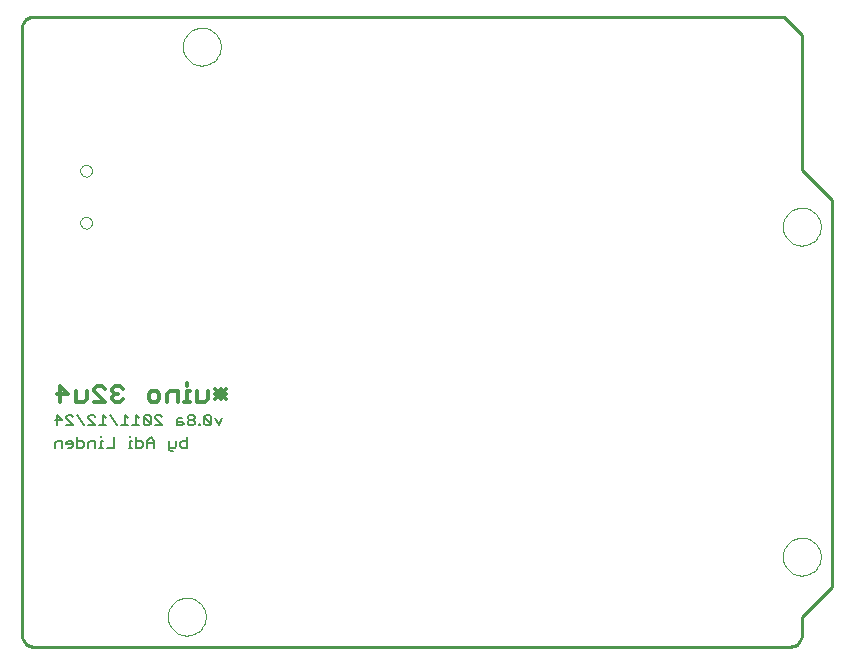
<source format=gbo>
G75*
G70*
%OFA0B0*%
%FSLAX24Y24*%
%IPPOS*%
%LPD*%
%AMOC8*
5,1,8,0,0,1.08239X$1,22.5*
%
%ADD10C,0.0000*%
%ADD11C,0.0100*%
%ADD12C,0.0120*%
%ADD13C,0.0050*%
D10*
X006069Y002089D02*
X006071Y002139D01*
X006077Y002189D01*
X006087Y002238D01*
X006101Y002286D01*
X006118Y002333D01*
X006139Y002378D01*
X006164Y002422D01*
X006192Y002463D01*
X006224Y002502D01*
X006258Y002539D01*
X006295Y002573D01*
X006335Y002603D01*
X006377Y002630D01*
X006421Y002654D01*
X006467Y002675D01*
X006514Y002691D01*
X006562Y002704D01*
X006612Y002713D01*
X006661Y002718D01*
X006712Y002719D01*
X006762Y002716D01*
X006811Y002709D01*
X006860Y002698D01*
X006908Y002683D01*
X006954Y002665D01*
X006999Y002643D01*
X007042Y002617D01*
X007083Y002588D01*
X007122Y002556D01*
X007158Y002521D01*
X007190Y002483D01*
X007220Y002443D01*
X007247Y002400D01*
X007270Y002356D01*
X007289Y002310D01*
X007305Y002262D01*
X007317Y002213D01*
X007325Y002164D01*
X007329Y002114D01*
X007329Y002064D01*
X007325Y002014D01*
X007317Y001965D01*
X007305Y001916D01*
X007289Y001868D01*
X007270Y001822D01*
X007247Y001778D01*
X007220Y001735D01*
X007190Y001695D01*
X007158Y001657D01*
X007122Y001622D01*
X007083Y001590D01*
X007042Y001561D01*
X006999Y001535D01*
X006954Y001513D01*
X006908Y001495D01*
X006860Y001480D01*
X006811Y001469D01*
X006762Y001462D01*
X006712Y001459D01*
X006661Y001460D01*
X006612Y001465D01*
X006562Y001474D01*
X006514Y001487D01*
X006467Y001503D01*
X006421Y001524D01*
X006377Y001548D01*
X006335Y001575D01*
X006295Y001605D01*
X006258Y001639D01*
X006224Y001676D01*
X006192Y001715D01*
X006164Y001756D01*
X006139Y001800D01*
X006118Y001845D01*
X006101Y001892D01*
X006087Y001940D01*
X006077Y001989D01*
X006071Y002039D01*
X006069Y002089D01*
X003146Y015222D02*
X003148Y015249D01*
X003154Y015276D01*
X003163Y015302D01*
X003176Y015326D01*
X003192Y015349D01*
X003211Y015368D01*
X003233Y015385D01*
X003257Y015399D01*
X003282Y015409D01*
X003309Y015416D01*
X003336Y015419D01*
X003364Y015418D01*
X003391Y015413D01*
X003417Y015405D01*
X003441Y015393D01*
X003464Y015377D01*
X003485Y015359D01*
X003502Y015338D01*
X003517Y015314D01*
X003528Y015289D01*
X003536Y015263D01*
X003540Y015236D01*
X003540Y015208D01*
X003536Y015181D01*
X003528Y015155D01*
X003517Y015130D01*
X003502Y015106D01*
X003485Y015085D01*
X003464Y015067D01*
X003442Y015051D01*
X003417Y015039D01*
X003391Y015031D01*
X003364Y015026D01*
X003336Y015025D01*
X003309Y015028D01*
X003282Y015035D01*
X003257Y015045D01*
X003233Y015059D01*
X003211Y015076D01*
X003192Y015095D01*
X003176Y015118D01*
X003163Y015142D01*
X003154Y015168D01*
X003148Y015195D01*
X003146Y015222D01*
X003146Y016955D02*
X003148Y016982D01*
X003154Y017009D01*
X003163Y017035D01*
X003176Y017059D01*
X003192Y017082D01*
X003211Y017101D01*
X003233Y017118D01*
X003257Y017132D01*
X003282Y017142D01*
X003309Y017149D01*
X003336Y017152D01*
X003364Y017151D01*
X003391Y017146D01*
X003417Y017138D01*
X003441Y017126D01*
X003464Y017110D01*
X003485Y017092D01*
X003502Y017071D01*
X003517Y017047D01*
X003528Y017022D01*
X003536Y016996D01*
X003540Y016969D01*
X003540Y016941D01*
X003536Y016914D01*
X003528Y016888D01*
X003517Y016863D01*
X003502Y016839D01*
X003485Y016818D01*
X003464Y016800D01*
X003442Y016784D01*
X003417Y016772D01*
X003391Y016764D01*
X003364Y016759D01*
X003336Y016758D01*
X003309Y016761D01*
X003282Y016768D01*
X003257Y016778D01*
X003233Y016792D01*
X003211Y016809D01*
X003192Y016828D01*
X003176Y016851D01*
X003163Y016875D01*
X003154Y016901D01*
X003148Y016928D01*
X003146Y016955D01*
X006569Y021089D02*
X006571Y021139D01*
X006577Y021189D01*
X006587Y021238D01*
X006601Y021286D01*
X006618Y021333D01*
X006639Y021378D01*
X006664Y021422D01*
X006692Y021463D01*
X006724Y021502D01*
X006758Y021539D01*
X006795Y021573D01*
X006835Y021603D01*
X006877Y021630D01*
X006921Y021654D01*
X006967Y021675D01*
X007014Y021691D01*
X007062Y021704D01*
X007112Y021713D01*
X007161Y021718D01*
X007212Y021719D01*
X007262Y021716D01*
X007311Y021709D01*
X007360Y021698D01*
X007408Y021683D01*
X007454Y021665D01*
X007499Y021643D01*
X007542Y021617D01*
X007583Y021588D01*
X007622Y021556D01*
X007658Y021521D01*
X007690Y021483D01*
X007720Y021443D01*
X007747Y021400D01*
X007770Y021356D01*
X007789Y021310D01*
X007805Y021262D01*
X007817Y021213D01*
X007825Y021164D01*
X007829Y021114D01*
X007829Y021064D01*
X007825Y021014D01*
X007817Y020965D01*
X007805Y020916D01*
X007789Y020868D01*
X007770Y020822D01*
X007747Y020778D01*
X007720Y020735D01*
X007690Y020695D01*
X007658Y020657D01*
X007622Y020622D01*
X007583Y020590D01*
X007542Y020561D01*
X007499Y020535D01*
X007454Y020513D01*
X007408Y020495D01*
X007360Y020480D01*
X007311Y020469D01*
X007262Y020462D01*
X007212Y020459D01*
X007161Y020460D01*
X007112Y020465D01*
X007062Y020474D01*
X007014Y020487D01*
X006967Y020503D01*
X006921Y020524D01*
X006877Y020548D01*
X006835Y020575D01*
X006795Y020605D01*
X006758Y020639D01*
X006724Y020676D01*
X006692Y020715D01*
X006664Y020756D01*
X006639Y020800D01*
X006618Y020845D01*
X006601Y020892D01*
X006587Y020940D01*
X006577Y020989D01*
X006571Y021039D01*
X006569Y021089D01*
X026569Y015089D02*
X026571Y015139D01*
X026577Y015189D01*
X026587Y015238D01*
X026601Y015286D01*
X026618Y015333D01*
X026639Y015378D01*
X026664Y015422D01*
X026692Y015463D01*
X026724Y015502D01*
X026758Y015539D01*
X026795Y015573D01*
X026835Y015603D01*
X026877Y015630D01*
X026921Y015654D01*
X026967Y015675D01*
X027014Y015691D01*
X027062Y015704D01*
X027112Y015713D01*
X027161Y015718D01*
X027212Y015719D01*
X027262Y015716D01*
X027311Y015709D01*
X027360Y015698D01*
X027408Y015683D01*
X027454Y015665D01*
X027499Y015643D01*
X027542Y015617D01*
X027583Y015588D01*
X027622Y015556D01*
X027658Y015521D01*
X027690Y015483D01*
X027720Y015443D01*
X027747Y015400D01*
X027770Y015356D01*
X027789Y015310D01*
X027805Y015262D01*
X027817Y015213D01*
X027825Y015164D01*
X027829Y015114D01*
X027829Y015064D01*
X027825Y015014D01*
X027817Y014965D01*
X027805Y014916D01*
X027789Y014868D01*
X027770Y014822D01*
X027747Y014778D01*
X027720Y014735D01*
X027690Y014695D01*
X027658Y014657D01*
X027622Y014622D01*
X027583Y014590D01*
X027542Y014561D01*
X027499Y014535D01*
X027454Y014513D01*
X027408Y014495D01*
X027360Y014480D01*
X027311Y014469D01*
X027262Y014462D01*
X027212Y014459D01*
X027161Y014460D01*
X027112Y014465D01*
X027062Y014474D01*
X027014Y014487D01*
X026967Y014503D01*
X026921Y014524D01*
X026877Y014548D01*
X026835Y014575D01*
X026795Y014605D01*
X026758Y014639D01*
X026724Y014676D01*
X026692Y014715D01*
X026664Y014756D01*
X026639Y014800D01*
X026618Y014845D01*
X026601Y014892D01*
X026587Y014940D01*
X026577Y014989D01*
X026571Y015039D01*
X026569Y015089D01*
X026569Y004089D02*
X026571Y004139D01*
X026577Y004189D01*
X026587Y004238D01*
X026601Y004286D01*
X026618Y004333D01*
X026639Y004378D01*
X026664Y004422D01*
X026692Y004463D01*
X026724Y004502D01*
X026758Y004539D01*
X026795Y004573D01*
X026835Y004603D01*
X026877Y004630D01*
X026921Y004654D01*
X026967Y004675D01*
X027014Y004691D01*
X027062Y004704D01*
X027112Y004713D01*
X027161Y004718D01*
X027212Y004719D01*
X027262Y004716D01*
X027311Y004709D01*
X027360Y004698D01*
X027408Y004683D01*
X027454Y004665D01*
X027499Y004643D01*
X027542Y004617D01*
X027583Y004588D01*
X027622Y004556D01*
X027658Y004521D01*
X027690Y004483D01*
X027720Y004443D01*
X027747Y004400D01*
X027770Y004356D01*
X027789Y004310D01*
X027805Y004262D01*
X027817Y004213D01*
X027825Y004164D01*
X027829Y004114D01*
X027829Y004064D01*
X027825Y004014D01*
X027817Y003965D01*
X027805Y003916D01*
X027789Y003868D01*
X027770Y003822D01*
X027747Y003778D01*
X027720Y003735D01*
X027690Y003695D01*
X027658Y003657D01*
X027622Y003622D01*
X027583Y003590D01*
X027542Y003561D01*
X027499Y003535D01*
X027454Y003513D01*
X027408Y003495D01*
X027360Y003480D01*
X027311Y003469D01*
X027262Y003462D01*
X027212Y003459D01*
X027161Y003460D01*
X027112Y003465D01*
X027062Y003474D01*
X027014Y003487D01*
X026967Y003503D01*
X026921Y003524D01*
X026877Y003548D01*
X026835Y003575D01*
X026795Y003605D01*
X026758Y003639D01*
X026724Y003676D01*
X026692Y003715D01*
X026664Y003756D01*
X026639Y003800D01*
X026618Y003845D01*
X026601Y003892D01*
X026587Y003940D01*
X026577Y003989D01*
X026571Y004039D01*
X026569Y004089D01*
D11*
X026806Y001089D02*
X001593Y001089D01*
X001593Y001088D02*
X001554Y001090D01*
X001516Y001096D01*
X001479Y001105D01*
X001442Y001118D01*
X001407Y001135D01*
X001374Y001154D01*
X001343Y001177D01*
X001314Y001203D01*
X001288Y001232D01*
X001265Y001263D01*
X001246Y001296D01*
X001229Y001331D01*
X001216Y001368D01*
X001207Y001405D01*
X001201Y001443D01*
X001199Y001482D01*
X001199Y021695D01*
X001201Y021734D01*
X001207Y021772D01*
X001216Y021809D01*
X001229Y021846D01*
X001246Y021881D01*
X001265Y021914D01*
X001288Y021945D01*
X001314Y021974D01*
X001343Y022000D01*
X001374Y022023D01*
X001407Y022042D01*
X001442Y022059D01*
X001479Y022072D01*
X001516Y022081D01*
X001554Y022087D01*
X001593Y022089D01*
X026599Y022089D01*
X027199Y021489D01*
X027199Y016989D01*
X028199Y015989D01*
X028199Y003089D01*
X027199Y002089D01*
X027199Y001482D01*
X027200Y001482D02*
X027198Y001443D01*
X027192Y001405D01*
X027183Y001368D01*
X027170Y001331D01*
X027153Y001296D01*
X027134Y001263D01*
X027111Y001232D01*
X027085Y001203D01*
X027056Y001177D01*
X027025Y001154D01*
X026992Y001135D01*
X026957Y001118D01*
X026920Y001105D01*
X026883Y001096D01*
X026845Y001090D01*
X026806Y001088D01*
D12*
X008014Y009329D02*
X007654Y009689D01*
X007834Y009689D02*
X007834Y009329D01*
X007654Y009329D02*
X008014Y009689D01*
X008014Y009509D02*
X007654Y009509D01*
X007406Y009599D02*
X007406Y009329D01*
X007316Y009239D01*
X007046Y009239D01*
X007046Y009599D01*
X006799Y009599D02*
X006709Y009599D01*
X006709Y009239D01*
X006799Y009239D02*
X006618Y009239D01*
X006393Y009239D02*
X006393Y009599D01*
X006123Y009599D01*
X006033Y009509D01*
X006033Y009239D01*
X005786Y009329D02*
X005696Y009239D01*
X005516Y009239D01*
X005425Y009329D01*
X005425Y009509D01*
X005516Y009599D01*
X005696Y009599D01*
X005786Y009509D01*
X005786Y009329D01*
X006709Y009779D02*
X006709Y009869D01*
X004570Y009689D02*
X004480Y009779D01*
X004300Y009779D01*
X004210Y009689D01*
X004210Y009599D01*
X004300Y009509D01*
X004210Y009419D01*
X004210Y009329D01*
X004300Y009239D01*
X004480Y009239D01*
X004570Y009329D01*
X004390Y009509D02*
X004300Y009509D01*
X003963Y009689D02*
X003873Y009779D01*
X003692Y009779D01*
X003602Y009689D01*
X003602Y009599D01*
X003963Y009239D01*
X003602Y009239D01*
X003355Y009329D02*
X003265Y009239D01*
X002995Y009239D01*
X002995Y009599D01*
X002747Y009509D02*
X002387Y009509D01*
X002477Y009779D02*
X002747Y009509D01*
X002477Y009239D02*
X002477Y009779D01*
X003355Y009599D02*
X003355Y009329D01*
D13*
X003473Y008814D02*
X003589Y008814D01*
X003648Y008755D01*
X003473Y008814D02*
X003414Y008755D01*
X003414Y008697D01*
X003648Y008464D01*
X003414Y008464D01*
X003279Y008464D02*
X003046Y008814D01*
X002911Y008755D02*
X002853Y008814D01*
X002736Y008814D01*
X002678Y008755D01*
X002678Y008697D01*
X002911Y008464D01*
X002678Y008464D01*
X002543Y008639D02*
X002309Y008639D01*
X002368Y008464D02*
X002368Y008814D01*
X002543Y008639D01*
X002543Y007947D02*
X002368Y007947D01*
X002309Y007889D01*
X002309Y007714D01*
X002543Y007714D02*
X002543Y007947D01*
X002678Y007889D02*
X002678Y007830D01*
X002911Y007830D01*
X002911Y007772D02*
X002911Y007889D01*
X002853Y007947D01*
X002736Y007947D01*
X002678Y007889D01*
X002736Y007714D02*
X002853Y007714D01*
X002911Y007772D01*
X003046Y007714D02*
X003046Y008064D01*
X003046Y007947D02*
X003221Y007947D01*
X003279Y007889D01*
X003279Y007772D01*
X003221Y007714D01*
X003046Y007714D01*
X003414Y007714D02*
X003414Y007889D01*
X003473Y007947D01*
X003648Y007947D01*
X003648Y007714D01*
X003776Y007714D02*
X003893Y007714D01*
X003835Y007714D02*
X003835Y007947D01*
X003893Y007947D01*
X003835Y008064D02*
X003835Y008122D01*
X003783Y008464D02*
X004016Y008464D01*
X003899Y008464D02*
X003899Y008814D01*
X004016Y008697D01*
X004151Y008814D02*
X004384Y008464D01*
X004519Y008464D02*
X004753Y008464D01*
X004636Y008464D02*
X004636Y008814D01*
X004753Y008697D01*
X004887Y008464D02*
X005121Y008464D01*
X005004Y008464D02*
X005004Y008814D01*
X005121Y008697D01*
X005256Y008755D02*
X005489Y008522D01*
X005431Y008464D01*
X005314Y008464D01*
X005256Y008522D01*
X005256Y008755D01*
X005314Y008814D01*
X005431Y008814D01*
X005489Y008755D01*
X005489Y008522D01*
X005624Y008464D02*
X005858Y008464D01*
X005624Y008697D01*
X005624Y008755D01*
X005682Y008814D01*
X005799Y008814D01*
X005858Y008755D01*
X006361Y008639D02*
X006361Y008464D01*
X006536Y008464D01*
X006594Y008522D01*
X006536Y008580D01*
X006361Y008580D01*
X006361Y008639D02*
X006419Y008697D01*
X006536Y008697D01*
X006729Y008697D02*
X006787Y008639D01*
X006904Y008639D01*
X006962Y008697D01*
X006962Y008755D01*
X006904Y008814D01*
X006787Y008814D01*
X006729Y008755D01*
X006729Y008697D01*
X006787Y008639D02*
X006729Y008580D01*
X006729Y008522D01*
X006787Y008464D01*
X006904Y008464D01*
X006962Y008522D01*
X006962Y008580D01*
X006904Y008639D01*
X007088Y008522D02*
X007088Y008464D01*
X007147Y008464D01*
X007147Y008522D01*
X007088Y008522D01*
X007281Y008522D02*
X007340Y008464D01*
X007457Y008464D01*
X007515Y008522D01*
X007281Y008755D01*
X007281Y008522D01*
X007281Y008755D02*
X007340Y008814D01*
X007457Y008814D01*
X007515Y008755D01*
X007515Y008522D01*
X007650Y008697D02*
X007766Y008464D01*
X007883Y008697D01*
X006717Y008064D02*
X006717Y007714D01*
X006542Y007714D01*
X006483Y007772D01*
X006483Y007889D01*
X006542Y007947D01*
X006717Y007947D01*
X006349Y007947D02*
X006349Y007772D01*
X006290Y007714D01*
X006115Y007714D01*
X006115Y007655D02*
X006173Y007597D01*
X006232Y007597D01*
X006115Y007655D02*
X006115Y007947D01*
X005612Y007947D02*
X005612Y007714D01*
X005612Y007889D02*
X005378Y007889D01*
X005378Y007947D02*
X005378Y007714D01*
X005244Y007772D02*
X005244Y007889D01*
X005185Y007947D01*
X005010Y007947D01*
X005010Y008064D02*
X005010Y007714D01*
X005185Y007714D01*
X005244Y007772D01*
X005378Y007947D02*
X005495Y008064D01*
X005612Y007947D01*
X004875Y007947D02*
X004817Y007947D01*
X004817Y007714D01*
X004875Y007714D02*
X004759Y007714D01*
X004817Y008064D02*
X004817Y008122D01*
X004262Y008064D02*
X004262Y007714D01*
X004028Y007714D01*
M02*

</source>
